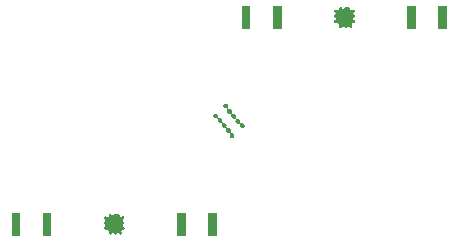
<source format=gbr>
G04 #@! TF.GenerationSoftware,KiCad,Pcbnew,5.0.2-bee76a0~70~ubuntu18.04.1*
G04 #@! TF.CreationDate,2019-06-04T21:22:10+02:00*
G04 #@! TF.ProjectId,upper_Sensor,75707065-725f-4536-956e-736f722e6b69,rev?*
G04 #@! TF.SameCoordinates,Original*
G04 #@! TF.FileFunction,Soldermask,Top*
G04 #@! TF.FilePolarity,Negative*
%FSLAX46Y46*%
G04 Gerber Fmt 4.6, Leading zero omitted, Abs format (unit mm)*
G04 Created by KiCad (PCBNEW 5.0.2-bee76a0~70~ubuntu18.04.1) date Di 04 Jun 2019 21:22:10 CEST*
%MOMM*%
%LPD*%
G01*
G04 APERTURE LIST*
%ADD10C,0.100000*%
G04 APERTURE END LIST*
D10*
G36*
X104691000Y-80966000D02*
X103959000Y-80966000D01*
X103959000Y-79034000D01*
X104691000Y-79034000D01*
X104691000Y-80966000D01*
X104691000Y-80966000D01*
G37*
G36*
X102041000Y-80966000D02*
X101309000Y-80966000D01*
X101309000Y-79034000D01*
X102041000Y-79034000D01*
X102041000Y-80966000D01*
X102041000Y-80966000D01*
G37*
G36*
X118691000Y-80966000D02*
X117959000Y-80966000D01*
X117959000Y-79034000D01*
X118691000Y-79034000D01*
X118691000Y-80966000D01*
X118691000Y-80966000D01*
G37*
G36*
X116041000Y-80966000D02*
X115309000Y-80966000D01*
X115309000Y-79034000D01*
X116041000Y-79034000D01*
X116041000Y-80966000D01*
X116041000Y-80966000D01*
G37*
G36*
X109706753Y-79125842D02*
X109729684Y-79135340D01*
X109750321Y-79149129D01*
X109767871Y-79166679D01*
X109781660Y-79187316D01*
X109781662Y-79187321D01*
X109786066Y-79193912D01*
X109801612Y-79212854D01*
X109820554Y-79228400D01*
X109842165Y-79239951D01*
X109865614Y-79247064D01*
X109890000Y-79249466D01*
X109914386Y-79247064D01*
X109937835Y-79239951D01*
X109959446Y-79228400D01*
X109978388Y-79212854D01*
X109993934Y-79193912D01*
X109998338Y-79187321D01*
X109998340Y-79187316D01*
X110012129Y-79166679D01*
X110029679Y-79149129D01*
X110050316Y-79135340D01*
X110073247Y-79125842D01*
X110097590Y-79121000D01*
X110122410Y-79121000D01*
X110146754Y-79125842D01*
X110160142Y-79131388D01*
X110169684Y-79135340D01*
X110169685Y-79135341D01*
X110172165Y-79136368D01*
X110195614Y-79143481D01*
X110220001Y-79145883D01*
X110244387Y-79143481D01*
X110267835Y-79136368D01*
X110270315Y-79135341D01*
X110270316Y-79135340D01*
X110279858Y-79131388D01*
X110293246Y-79125842D01*
X110317590Y-79121000D01*
X110342410Y-79121000D01*
X110366753Y-79125842D01*
X110389684Y-79135340D01*
X110410321Y-79149129D01*
X110427871Y-79166679D01*
X110441660Y-79187316D01*
X110451158Y-79210247D01*
X110454769Y-79228400D01*
X110456000Y-79234591D01*
X110456000Y-79267033D01*
X110458402Y-79291419D01*
X110465515Y-79314868D01*
X110477066Y-79336479D01*
X110492612Y-79355421D01*
X110511554Y-79370967D01*
X110533165Y-79382518D01*
X110556614Y-79389631D01*
X110581000Y-79392033D01*
X110605386Y-79389631D01*
X110628835Y-79382518D01*
X110650446Y-79370967D01*
X110669382Y-79355426D01*
X110672679Y-79352129D01*
X110693316Y-79338340D01*
X110716247Y-79328842D01*
X110740590Y-79324000D01*
X110765410Y-79324000D01*
X110789753Y-79328842D01*
X110812684Y-79338340D01*
X110833321Y-79352129D01*
X110850871Y-79369679D01*
X110864660Y-79390316D01*
X110874158Y-79413247D01*
X110879000Y-79437590D01*
X110879000Y-79462410D01*
X110874158Y-79486753D01*
X110864660Y-79509684D01*
X110850871Y-79530321D01*
X110833321Y-79547871D01*
X110812684Y-79561660D01*
X110812679Y-79561662D01*
X110806088Y-79566066D01*
X110787146Y-79581612D01*
X110771600Y-79600554D01*
X110760049Y-79622165D01*
X110752936Y-79645614D01*
X110750534Y-79670000D01*
X110752936Y-79694386D01*
X110760049Y-79717835D01*
X110771600Y-79739446D01*
X110787146Y-79758388D01*
X110806088Y-79773934D01*
X110812679Y-79778338D01*
X110812684Y-79778340D01*
X110833321Y-79792129D01*
X110850871Y-79809679D01*
X110864660Y-79830316D01*
X110874158Y-79853247D01*
X110879000Y-79877590D01*
X110879000Y-79902410D01*
X110874158Y-79926753D01*
X110864660Y-79949684D01*
X110850871Y-79970321D01*
X110833321Y-79987871D01*
X110812684Y-80001660D01*
X110812679Y-80001662D01*
X110806088Y-80006066D01*
X110787146Y-80021612D01*
X110771600Y-80040554D01*
X110760049Y-80062165D01*
X110752936Y-80085614D01*
X110750534Y-80110000D01*
X110752936Y-80134386D01*
X110760049Y-80157835D01*
X110771600Y-80179446D01*
X110787146Y-80198388D01*
X110806088Y-80213934D01*
X110812679Y-80218338D01*
X110812684Y-80218340D01*
X110833321Y-80232129D01*
X110850871Y-80249679D01*
X110864660Y-80270316D01*
X110874158Y-80293247D01*
X110879000Y-80317590D01*
X110879000Y-80342410D01*
X110874158Y-80366753D01*
X110864660Y-80389684D01*
X110850871Y-80410321D01*
X110833321Y-80427871D01*
X110812684Y-80441660D01*
X110789753Y-80451158D01*
X110765410Y-80456000D01*
X110732967Y-80456000D01*
X110708581Y-80458402D01*
X110685132Y-80465515D01*
X110663521Y-80477066D01*
X110644579Y-80492612D01*
X110629033Y-80511554D01*
X110617482Y-80533165D01*
X110610369Y-80556614D01*
X110607967Y-80581000D01*
X110610369Y-80605386D01*
X110617482Y-80628835D01*
X110629033Y-80650446D01*
X110644574Y-80669382D01*
X110647871Y-80672679D01*
X110661660Y-80693316D01*
X110671158Y-80716247D01*
X110676000Y-80740590D01*
X110676000Y-80765410D01*
X110671158Y-80789753D01*
X110661660Y-80812684D01*
X110647871Y-80833321D01*
X110630321Y-80850871D01*
X110609684Y-80864660D01*
X110586753Y-80874158D01*
X110562410Y-80879000D01*
X110537590Y-80879000D01*
X110513247Y-80874158D01*
X110490316Y-80864660D01*
X110469679Y-80850871D01*
X110452129Y-80833321D01*
X110438340Y-80812684D01*
X110438338Y-80812679D01*
X110433934Y-80806088D01*
X110418388Y-80787146D01*
X110399446Y-80771600D01*
X110377835Y-80760049D01*
X110354386Y-80752936D01*
X110330000Y-80750534D01*
X110305614Y-80752936D01*
X110282165Y-80760049D01*
X110260554Y-80771600D01*
X110241612Y-80787146D01*
X110226066Y-80806088D01*
X110221662Y-80812679D01*
X110221660Y-80812684D01*
X110207871Y-80833321D01*
X110190321Y-80850871D01*
X110169684Y-80864660D01*
X110146753Y-80874158D01*
X110122410Y-80879000D01*
X110097590Y-80879000D01*
X110073247Y-80874158D01*
X110050316Y-80864660D01*
X110029679Y-80850871D01*
X110012129Y-80833321D01*
X109998340Y-80812684D01*
X109998338Y-80812679D01*
X109993934Y-80806088D01*
X109978388Y-80787146D01*
X109959446Y-80771600D01*
X109937835Y-80760049D01*
X109914386Y-80752936D01*
X109890000Y-80750534D01*
X109865614Y-80752936D01*
X109842165Y-80760049D01*
X109820554Y-80771600D01*
X109801612Y-80787146D01*
X109786066Y-80806088D01*
X109781662Y-80812679D01*
X109781660Y-80812684D01*
X109767871Y-80833321D01*
X109750321Y-80850871D01*
X109729684Y-80864660D01*
X109706753Y-80874158D01*
X109682410Y-80879000D01*
X109657590Y-80879000D01*
X109633247Y-80874158D01*
X109610316Y-80864660D01*
X109589679Y-80850871D01*
X109572129Y-80833321D01*
X109558340Y-80812684D01*
X109548842Y-80789753D01*
X109544000Y-80765410D01*
X109544000Y-80740590D01*
X109548842Y-80716247D01*
X109548842Y-80716246D01*
X109549410Y-80713392D01*
X109554843Y-80695482D01*
X109557245Y-80671096D01*
X109554843Y-80646709D01*
X109547729Y-80623260D01*
X109536178Y-80601650D01*
X109520633Y-80582709D01*
X109417291Y-80479367D01*
X109398349Y-80463821D01*
X109376738Y-80452270D01*
X109353289Y-80445157D01*
X109328903Y-80442755D01*
X109304517Y-80445157D01*
X109286607Y-80450590D01*
X109283754Y-80451157D01*
X109283753Y-80451158D01*
X109259410Y-80456000D01*
X109234590Y-80456000D01*
X109210247Y-80451158D01*
X109187316Y-80441660D01*
X109166679Y-80427871D01*
X109149129Y-80410321D01*
X109135340Y-80389684D01*
X109125842Y-80366753D01*
X109121000Y-80342410D01*
X109121000Y-80317590D01*
X109125842Y-80293247D01*
X109135340Y-80270316D01*
X109149129Y-80249679D01*
X109166679Y-80232129D01*
X109187316Y-80218340D01*
X109187321Y-80218338D01*
X109193912Y-80213934D01*
X109212854Y-80198388D01*
X109228400Y-80179446D01*
X109239951Y-80157835D01*
X109247064Y-80134386D01*
X109249466Y-80110000D01*
X109247064Y-80085614D01*
X109239951Y-80062165D01*
X109228400Y-80040554D01*
X109212854Y-80021612D01*
X109193912Y-80006066D01*
X109187321Y-80001662D01*
X109187316Y-80001660D01*
X109166679Y-79987871D01*
X109149129Y-79970321D01*
X109135340Y-79949684D01*
X109125842Y-79926753D01*
X109121000Y-79902410D01*
X109121000Y-79877590D01*
X109125842Y-79853247D01*
X109135340Y-79830316D01*
X109149129Y-79809679D01*
X109166679Y-79792129D01*
X109187316Y-79778340D01*
X109187321Y-79778338D01*
X109193912Y-79773934D01*
X109212854Y-79758388D01*
X109228400Y-79739446D01*
X109239951Y-79717835D01*
X109247064Y-79694386D01*
X109249466Y-79670000D01*
X109247064Y-79645614D01*
X109239951Y-79622165D01*
X109228400Y-79600554D01*
X109212854Y-79581612D01*
X109193912Y-79566066D01*
X109187321Y-79561662D01*
X109187316Y-79561660D01*
X109166679Y-79547871D01*
X109149129Y-79530321D01*
X109135340Y-79509684D01*
X109125842Y-79486753D01*
X109121000Y-79462410D01*
X109121000Y-79437590D01*
X109125842Y-79413247D01*
X109135340Y-79390316D01*
X109149129Y-79369679D01*
X109166679Y-79352129D01*
X109187316Y-79338340D01*
X109210247Y-79328842D01*
X109234590Y-79324000D01*
X109259410Y-79324000D01*
X109283753Y-79328842D01*
X109306684Y-79338340D01*
X109327321Y-79352129D01*
X109330618Y-79355426D01*
X109349554Y-79370967D01*
X109371165Y-79382518D01*
X109394614Y-79389631D01*
X109419000Y-79392033D01*
X109443386Y-79389631D01*
X109466835Y-79382518D01*
X109488446Y-79370967D01*
X109507388Y-79355421D01*
X109522934Y-79336479D01*
X109534485Y-79314868D01*
X109541598Y-79291419D01*
X109544000Y-79267033D01*
X109544000Y-79234591D01*
X109545231Y-79228400D01*
X109548842Y-79210247D01*
X109558340Y-79187316D01*
X109572129Y-79166679D01*
X109589679Y-79149129D01*
X109610316Y-79135340D01*
X109633247Y-79125842D01*
X109657590Y-79121000D01*
X109682410Y-79121000D01*
X109706753Y-79125842D01*
X109706753Y-79125842D01*
G37*
G36*
X118598402Y-70627536D02*
X118633846Y-70634586D01*
X118670425Y-70649738D01*
X118670427Y-70649739D01*
X118703347Y-70671736D01*
X118731342Y-70699731D01*
X118749866Y-70727453D01*
X118753340Y-70732653D01*
X118768492Y-70769232D01*
X118776216Y-70808065D01*
X118776216Y-70847659D01*
X118770791Y-70874932D01*
X118768390Y-70899311D01*
X118770792Y-70923697D01*
X118777905Y-70947146D01*
X118789456Y-70968757D01*
X118805001Y-70987700D01*
X118823943Y-71003245D01*
X118845553Y-71014796D01*
X118869003Y-71021910D01*
X118893389Y-71024312D01*
X118917776Y-71021910D01*
X118947252Y-71016047D01*
X118986848Y-71016047D01*
X118996555Y-71017978D01*
X119025680Y-71023771D01*
X119062259Y-71038923D01*
X119062261Y-71038924D01*
X119077131Y-71048860D01*
X119095180Y-71060920D01*
X119123177Y-71088917D01*
X119134100Y-71105265D01*
X119144469Y-71120782D01*
X119145174Y-71121838D01*
X119160326Y-71158417D01*
X119164956Y-71181697D01*
X119168050Y-71197249D01*
X119168050Y-71236845D01*
X119158343Y-71285646D01*
X119157106Y-71289723D01*
X119154703Y-71314110D01*
X119157104Y-71338496D01*
X119164216Y-71361945D01*
X119175766Y-71383557D01*
X119191311Y-71402500D01*
X119210252Y-71418046D01*
X119231863Y-71429598D01*
X119255311Y-71436712D01*
X119279698Y-71439115D01*
X119297418Y-71437370D01*
X119340382Y-71437370D01*
X119349154Y-71439115D01*
X119379214Y-71445094D01*
X119415793Y-71460246D01*
X119415795Y-71460247D01*
X119421175Y-71463842D01*
X119435417Y-71473358D01*
X119448715Y-71482244D01*
X119476710Y-71510239D01*
X119497470Y-71541307D01*
X119498708Y-71543161D01*
X119513860Y-71579740D01*
X119516824Y-71594644D01*
X119521584Y-71618572D01*
X119521584Y-71658168D01*
X119511882Y-71706945D01*
X119510641Y-71711032D01*
X119508235Y-71735418D01*
X119510632Y-71759805D01*
X119517741Y-71783255D01*
X119529288Y-71804868D01*
X119544830Y-71823813D01*
X119563769Y-71839362D01*
X119585378Y-71850918D01*
X119608825Y-71858036D01*
X119633211Y-71860442D01*
X119650950Y-71858697D01*
X119693915Y-71858697D01*
X119697293Y-71859369D01*
X119732747Y-71866421D01*
X119769326Y-71881573D01*
X119769328Y-71881574D01*
X119802248Y-71903571D01*
X119830243Y-71931566D01*
X119851013Y-71962649D01*
X119852241Y-71964488D01*
X119867393Y-72001067D01*
X119875117Y-72039900D01*
X119875117Y-72079494D01*
X119867393Y-72118327D01*
X119858695Y-72139324D01*
X119851582Y-72162773D01*
X119849180Y-72187160D01*
X119851582Y-72211546D01*
X119858695Y-72234995D01*
X119870246Y-72256606D01*
X119885791Y-72275548D01*
X119904734Y-72291094D01*
X119926344Y-72302645D01*
X119949793Y-72309758D01*
X119974180Y-72312160D01*
X120009146Y-72312160D01*
X120018853Y-72314091D01*
X120047978Y-72319884D01*
X120084557Y-72335036D01*
X120084559Y-72335037D01*
X120101130Y-72346110D01*
X120117478Y-72357033D01*
X120145475Y-72385030D01*
X120156398Y-72401378D01*
X120162216Y-72410084D01*
X120167472Y-72417951D01*
X120182624Y-72454530D01*
X120190348Y-72493363D01*
X120190348Y-72532957D01*
X120182624Y-72571790D01*
X120167472Y-72608369D01*
X120167471Y-72608371D01*
X120145474Y-72641291D01*
X120117479Y-72669286D01*
X120084559Y-72691283D01*
X120084558Y-72691284D01*
X120084557Y-72691284D01*
X120047978Y-72706436D01*
X120018853Y-72712229D01*
X120009146Y-72714160D01*
X119969550Y-72714160D01*
X119959843Y-72712229D01*
X119930718Y-72706436D01*
X119894139Y-72691284D01*
X119894138Y-72691284D01*
X119894137Y-72691283D01*
X119861217Y-72669286D01*
X119833222Y-72641291D01*
X119811225Y-72608371D01*
X119811224Y-72608369D01*
X119796072Y-72571790D01*
X119788348Y-72532957D01*
X119788348Y-72493363D01*
X119796072Y-72454530D01*
X119804771Y-72433529D01*
X119811883Y-72410084D01*
X119814285Y-72385697D01*
X119811883Y-72361311D01*
X119804770Y-72337862D01*
X119793219Y-72316251D01*
X119777674Y-72297309D01*
X119758731Y-72281763D01*
X119737121Y-72270212D01*
X119713672Y-72263099D01*
X119689285Y-72260697D01*
X119654319Y-72260697D01*
X119644612Y-72258766D01*
X119615487Y-72252973D01*
X119578908Y-72237821D01*
X119578907Y-72237821D01*
X119578906Y-72237820D01*
X119545986Y-72215823D01*
X119517991Y-72187828D01*
X119517545Y-72187160D01*
X119507067Y-72171479D01*
X119495994Y-72154908D01*
X119489539Y-72139324D01*
X119480841Y-72118327D01*
X119473117Y-72079494D01*
X119473117Y-72039900D01*
X119480841Y-72001067D01*
X119482819Y-71991122D01*
X119484060Y-71987035D01*
X119486466Y-71962649D01*
X119484069Y-71938262D01*
X119476960Y-71914812D01*
X119465413Y-71893199D01*
X119449871Y-71874254D01*
X119430932Y-71858705D01*
X119409323Y-71847149D01*
X119385876Y-71840031D01*
X119361490Y-71837625D01*
X119343751Y-71839370D01*
X119300786Y-71839370D01*
X119291079Y-71837439D01*
X119261954Y-71831646D01*
X119225375Y-71816494D01*
X119225374Y-71816494D01*
X119225373Y-71816493D01*
X119192453Y-71794496D01*
X119164458Y-71766501D01*
X119142461Y-71733581D01*
X119138792Y-71724723D01*
X119127308Y-71697000D01*
X119119584Y-71658167D01*
X119119584Y-71618573D01*
X119127308Y-71579740D01*
X119129291Y-71569771D01*
X119130528Y-71565694D01*
X119132931Y-71541307D01*
X119130530Y-71516921D01*
X119123418Y-71493472D01*
X119111868Y-71471860D01*
X119096323Y-71452917D01*
X119077382Y-71437371D01*
X119055771Y-71425819D01*
X119032323Y-71418705D01*
X119007936Y-71416302D01*
X118990216Y-71418047D01*
X118947252Y-71418047D01*
X118937545Y-71416116D01*
X118908420Y-71410323D01*
X118871841Y-71395171D01*
X118871840Y-71395171D01*
X118871839Y-71395170D01*
X118838919Y-71373173D01*
X118810924Y-71345178D01*
X118804483Y-71335538D01*
X118796754Y-71323971D01*
X118788927Y-71312258D01*
X118782485Y-71296706D01*
X118773774Y-71275677D01*
X118766050Y-71236844D01*
X118766050Y-71197250D01*
X118771475Y-71169977D01*
X118773876Y-71145598D01*
X118771474Y-71121212D01*
X118764361Y-71097763D01*
X118752810Y-71076152D01*
X118737265Y-71057209D01*
X118718323Y-71041664D01*
X118696713Y-71030113D01*
X118673263Y-71022999D01*
X118648877Y-71020597D01*
X118624490Y-71022999D01*
X118595014Y-71028862D01*
X118555418Y-71028862D01*
X118545711Y-71026931D01*
X118516586Y-71021138D01*
X118480007Y-71005986D01*
X118480006Y-71005986D01*
X118480005Y-71005985D01*
X118447085Y-70983988D01*
X118419090Y-70955993D01*
X118416870Y-70952670D01*
X118408166Y-70939644D01*
X118397093Y-70923073D01*
X118397092Y-70923071D01*
X118381940Y-70886492D01*
X118374216Y-70847659D01*
X118374216Y-70808065D01*
X118381940Y-70769232D01*
X118397092Y-70732653D01*
X118400567Y-70727453D01*
X118419090Y-70699731D01*
X118447085Y-70671736D01*
X118480005Y-70649739D01*
X118480007Y-70649738D01*
X118516586Y-70634586D01*
X118552030Y-70627536D01*
X118555418Y-70626862D01*
X118595014Y-70626862D01*
X118598402Y-70627536D01*
X118598402Y-70627536D01*
G37*
G36*
X119477369Y-69781727D02*
X119506494Y-69787520D01*
X119543073Y-69802672D01*
X119543075Y-69802673D01*
X119559646Y-69813746D01*
X119575994Y-69824669D01*
X119603991Y-69852666D01*
X119625988Y-69885587D01*
X119641140Y-69922166D01*
X119648864Y-69960999D01*
X119648864Y-70000593D01*
X119641141Y-70039423D01*
X119641140Y-70039425D01*
X119632442Y-70060423D01*
X119625328Y-70083872D01*
X119622926Y-70108258D01*
X119625327Y-70132644D01*
X119632440Y-70156093D01*
X119643991Y-70177704D01*
X119659536Y-70196647D01*
X119678478Y-70212192D01*
X119700089Y-70223744D01*
X119723538Y-70230858D01*
X119747926Y-70233260D01*
X119782894Y-70233260D01*
X119792601Y-70235191D01*
X119821726Y-70240984D01*
X119858305Y-70256136D01*
X119858307Y-70256137D01*
X119891227Y-70278134D01*
X119919222Y-70306129D01*
X119935964Y-70331184D01*
X119941220Y-70339051D01*
X119956372Y-70375630D01*
X119962165Y-70404755D01*
X119964096Y-70414462D01*
X119964096Y-70454058D01*
X119954385Y-70502880D01*
X119953148Y-70506959D01*
X119950749Y-70531346D01*
X119953154Y-70555732D01*
X119960271Y-70579180D01*
X119971825Y-70600789D01*
X119987373Y-70619729D01*
X120006317Y-70635272D01*
X120027929Y-70646820D01*
X120051379Y-70653930D01*
X120075766Y-70656329D01*
X120093466Y-70654584D01*
X120136426Y-70654584D01*
X120145198Y-70656329D01*
X120175258Y-70662308D01*
X120211837Y-70677460D01*
X120211839Y-70677461D01*
X120228410Y-70688534D01*
X120244758Y-70699457D01*
X120272755Y-70727454D01*
X120294752Y-70760375D01*
X120309904Y-70796954D01*
X120312114Y-70808065D01*
X120317628Y-70835786D01*
X120317628Y-70875382D01*
X120307917Y-70924204D01*
X120306680Y-70928283D01*
X120304281Y-70952670D01*
X120306686Y-70977056D01*
X120313803Y-71000504D01*
X120325357Y-71022113D01*
X120340905Y-71041053D01*
X120359849Y-71056596D01*
X120381461Y-71068144D01*
X120404911Y-71075254D01*
X120429298Y-71077653D01*
X120447003Y-71075908D01*
X120489959Y-71075908D01*
X120498731Y-71077653D01*
X120528791Y-71083632D01*
X120562905Y-71097763D01*
X120565372Y-71098785D01*
X120581943Y-71109858D01*
X120598291Y-71120781D01*
X120626288Y-71148778D01*
X120648285Y-71181699D01*
X120663437Y-71218278D01*
X120671161Y-71257111D01*
X120671161Y-71296705D01*
X120665736Y-71323978D01*
X120663335Y-71348357D01*
X120665737Y-71372743D01*
X120672850Y-71396192D01*
X120684401Y-71417803D01*
X120699946Y-71436746D01*
X120718888Y-71452291D01*
X120740498Y-71463842D01*
X120763948Y-71470956D01*
X120788334Y-71473358D01*
X120812717Y-71470957D01*
X120842200Y-71465093D01*
X120881795Y-71465093D01*
X120891502Y-71467024D01*
X120920627Y-71472817D01*
X120957206Y-71487969D01*
X120957208Y-71487970D01*
X120990128Y-71509967D01*
X121018123Y-71537962D01*
X121039378Y-71569771D01*
X121040121Y-71570884D01*
X121055273Y-71607463D01*
X121062997Y-71646296D01*
X121062997Y-71685890D01*
X121055273Y-71724723D01*
X121040121Y-71761302D01*
X121018124Y-71794223D01*
X120990127Y-71822220D01*
X120976020Y-71831646D01*
X120957208Y-71844216D01*
X120957207Y-71844217D01*
X120957206Y-71844217D01*
X120920627Y-71859369D01*
X120891502Y-71865162D01*
X120881795Y-71867093D01*
X120842199Y-71867093D01*
X120832492Y-71865162D01*
X120803367Y-71859369D01*
X120766788Y-71844217D01*
X120766787Y-71844217D01*
X120766786Y-71844216D01*
X120747974Y-71831646D01*
X120733867Y-71822220D01*
X120705870Y-71794223D01*
X120683873Y-71761302D01*
X120668721Y-71724723D01*
X120660997Y-71685890D01*
X120660997Y-71646296D01*
X120666422Y-71619023D01*
X120668823Y-71594644D01*
X120666421Y-71570258D01*
X120659308Y-71546809D01*
X120647757Y-71525198D01*
X120632212Y-71506255D01*
X120613270Y-71490710D01*
X120591660Y-71479159D01*
X120568210Y-71472045D01*
X120543824Y-71469643D01*
X120519441Y-71472044D01*
X120489958Y-71477908D01*
X120450363Y-71477908D01*
X120440656Y-71475977D01*
X120411531Y-71470184D01*
X120374952Y-71455032D01*
X120374951Y-71455032D01*
X120374950Y-71455031D01*
X120358379Y-71443958D01*
X120342031Y-71433035D01*
X120314034Y-71405038D01*
X120292743Y-71373174D01*
X120292038Y-71372119D01*
X120292037Y-71372117D01*
X120276885Y-71335538D01*
X120269161Y-71296705D01*
X120269161Y-71257111D01*
X120276885Y-71218278D01*
X120278872Y-71208288D01*
X120280109Y-71204209D01*
X120282508Y-71179822D01*
X120280103Y-71155436D01*
X120272986Y-71131988D01*
X120261432Y-71110379D01*
X120245884Y-71091439D01*
X120226940Y-71075896D01*
X120205328Y-71064348D01*
X120181878Y-71057238D01*
X120157491Y-71054839D01*
X120139786Y-71056584D01*
X120096830Y-71056584D01*
X120087123Y-71054653D01*
X120057998Y-71048860D01*
X120021419Y-71033708D01*
X120021418Y-71033708D01*
X120021417Y-71033707D01*
X120001797Y-71020597D01*
X119988498Y-71011711D01*
X119960501Y-70983714D01*
X119949578Y-70967366D01*
X119938505Y-70950795D01*
X119938504Y-70950793D01*
X119923352Y-70914214D01*
X119915628Y-70875381D01*
X119915628Y-70835787D01*
X119923352Y-70796954D01*
X119925339Y-70786964D01*
X119926576Y-70782885D01*
X119928975Y-70758498D01*
X119926570Y-70734112D01*
X119919453Y-70710664D01*
X119907899Y-70689055D01*
X119892351Y-70670115D01*
X119873407Y-70654572D01*
X119851795Y-70643024D01*
X119828345Y-70635914D01*
X119803958Y-70633515D01*
X119786258Y-70635260D01*
X119743298Y-70635260D01*
X119733591Y-70633329D01*
X119704466Y-70627536D01*
X119667887Y-70612384D01*
X119667886Y-70612384D01*
X119667885Y-70612383D01*
X119634965Y-70590386D01*
X119606970Y-70562391D01*
X119584973Y-70529471D01*
X119584972Y-70529469D01*
X119569820Y-70492890D01*
X119562096Y-70454057D01*
X119562096Y-70414463D01*
X119569820Y-70375630D01*
X119578519Y-70354629D01*
X119585632Y-70331184D01*
X119588034Y-70306798D01*
X119585633Y-70282412D01*
X119578520Y-70258963D01*
X119566969Y-70237352D01*
X119551424Y-70218409D01*
X119532482Y-70202864D01*
X119510871Y-70191312D01*
X119487422Y-70184198D01*
X119463034Y-70181796D01*
X119428066Y-70181796D01*
X119418359Y-70179865D01*
X119389234Y-70174072D01*
X119352655Y-70158920D01*
X119352654Y-70158920D01*
X119352653Y-70158919D01*
X119319733Y-70136922D01*
X119291738Y-70108927D01*
X119269741Y-70076007D01*
X119263286Y-70060423D01*
X119254588Y-70039426D01*
X119246864Y-70000593D01*
X119246864Y-69960999D01*
X119254588Y-69922166D01*
X119269740Y-69885587D01*
X119291737Y-69852666D01*
X119319734Y-69824669D01*
X119336082Y-69813746D01*
X119352653Y-69802673D01*
X119352655Y-69802672D01*
X119389234Y-69787520D01*
X119418359Y-69781727D01*
X119428066Y-69779796D01*
X119467662Y-69779796D01*
X119477369Y-69781727D01*
X119477369Y-69781727D01*
G37*
G36*
X135541000Y-63466000D02*
X134809000Y-63466000D01*
X134809000Y-61534000D01*
X135541000Y-61534000D01*
X135541000Y-63466000D01*
X135541000Y-63466000D01*
G37*
G36*
X138191000Y-63466000D02*
X137459000Y-63466000D01*
X137459000Y-61534000D01*
X138191000Y-61534000D01*
X138191000Y-63466000D01*
X138191000Y-63466000D01*
G37*
G36*
X124191000Y-63466000D02*
X123459000Y-63466000D01*
X123459000Y-61534000D01*
X124191000Y-61534000D01*
X124191000Y-63466000D01*
X124191000Y-63466000D01*
G37*
G36*
X121541000Y-63466000D02*
X120809000Y-63466000D01*
X120809000Y-61534000D01*
X121541000Y-61534000D01*
X121541000Y-63466000D01*
X121541000Y-63466000D01*
G37*
G36*
X129206753Y-61625842D02*
X129229684Y-61635340D01*
X129250321Y-61649129D01*
X129267871Y-61666679D01*
X129281660Y-61687316D01*
X129281662Y-61687321D01*
X129286066Y-61693912D01*
X129301612Y-61712854D01*
X129320554Y-61728400D01*
X129342165Y-61739951D01*
X129365614Y-61747064D01*
X129390000Y-61749466D01*
X129414386Y-61747064D01*
X129437835Y-61739951D01*
X129459446Y-61728400D01*
X129478388Y-61712854D01*
X129493934Y-61693912D01*
X129498338Y-61687321D01*
X129498340Y-61687316D01*
X129512129Y-61666679D01*
X129529679Y-61649129D01*
X129550316Y-61635340D01*
X129573247Y-61625842D01*
X129597590Y-61621000D01*
X129622410Y-61621000D01*
X129634581Y-61623421D01*
X129646754Y-61625842D01*
X129660142Y-61631388D01*
X129669684Y-61635340D01*
X129669685Y-61635341D01*
X129672165Y-61636368D01*
X129695614Y-61643481D01*
X129720001Y-61645883D01*
X129744387Y-61643481D01*
X129767835Y-61636368D01*
X129770315Y-61635341D01*
X129770316Y-61635340D01*
X129779858Y-61631388D01*
X129793246Y-61625842D01*
X129805419Y-61623421D01*
X129817590Y-61621000D01*
X129842410Y-61621000D01*
X129866753Y-61625842D01*
X129889684Y-61635340D01*
X129910321Y-61649129D01*
X129927871Y-61666679D01*
X129941660Y-61687316D01*
X129951158Y-61710247D01*
X129954769Y-61728400D01*
X129956000Y-61734591D01*
X129956000Y-61767033D01*
X129958402Y-61791419D01*
X129965515Y-61814868D01*
X129977066Y-61836479D01*
X129992612Y-61855421D01*
X130011554Y-61870967D01*
X130033165Y-61882518D01*
X130056614Y-61889631D01*
X130081000Y-61892033D01*
X130105386Y-61889631D01*
X130128835Y-61882518D01*
X130150446Y-61870967D01*
X130169382Y-61855426D01*
X130172679Y-61852129D01*
X130193316Y-61838340D01*
X130216247Y-61828842D01*
X130240590Y-61824000D01*
X130265410Y-61824000D01*
X130289753Y-61828842D01*
X130312684Y-61838340D01*
X130333321Y-61852129D01*
X130350871Y-61869679D01*
X130364660Y-61890316D01*
X130374158Y-61913247D01*
X130379000Y-61937590D01*
X130379000Y-61962410D01*
X130374158Y-61986753D01*
X130364660Y-62009684D01*
X130350871Y-62030321D01*
X130333321Y-62047871D01*
X130312684Y-62061660D01*
X130312679Y-62061662D01*
X130306088Y-62066066D01*
X130287146Y-62081612D01*
X130271600Y-62100554D01*
X130260049Y-62122165D01*
X130252936Y-62145614D01*
X130250534Y-62170000D01*
X130252936Y-62194386D01*
X130260049Y-62217835D01*
X130271600Y-62239446D01*
X130287146Y-62258388D01*
X130306088Y-62273934D01*
X130312679Y-62278338D01*
X130312684Y-62278340D01*
X130333321Y-62292129D01*
X130350871Y-62309679D01*
X130364660Y-62330316D01*
X130374158Y-62353247D01*
X130379000Y-62377590D01*
X130379000Y-62402410D01*
X130374158Y-62426753D01*
X130364660Y-62449684D01*
X130350871Y-62470321D01*
X130333321Y-62487871D01*
X130312684Y-62501660D01*
X130312679Y-62501662D01*
X130306088Y-62506066D01*
X130287146Y-62521612D01*
X130271600Y-62540554D01*
X130260049Y-62562165D01*
X130252936Y-62585614D01*
X130250534Y-62610000D01*
X130252936Y-62634386D01*
X130260049Y-62657835D01*
X130271600Y-62679446D01*
X130287146Y-62698388D01*
X130306088Y-62713934D01*
X130312679Y-62718338D01*
X130312684Y-62718340D01*
X130333321Y-62732129D01*
X130350871Y-62749679D01*
X130364660Y-62770316D01*
X130374158Y-62793247D01*
X130379000Y-62817590D01*
X130379000Y-62842410D01*
X130374158Y-62866753D01*
X130364660Y-62889684D01*
X130350871Y-62910321D01*
X130333321Y-62927871D01*
X130312684Y-62941660D01*
X130289753Y-62951158D01*
X130265410Y-62956000D01*
X130232967Y-62956000D01*
X130208581Y-62958402D01*
X130185132Y-62965515D01*
X130163521Y-62977066D01*
X130144579Y-62992612D01*
X130129033Y-63011554D01*
X130117482Y-63033165D01*
X130110369Y-63056614D01*
X130107967Y-63081000D01*
X130110369Y-63105386D01*
X130117482Y-63128835D01*
X130129033Y-63150446D01*
X130144574Y-63169382D01*
X130147871Y-63172679D01*
X130161660Y-63193316D01*
X130171158Y-63216247D01*
X130176000Y-63240590D01*
X130176000Y-63265410D01*
X130171158Y-63289753D01*
X130161660Y-63312684D01*
X130147871Y-63333321D01*
X130130321Y-63350871D01*
X130109684Y-63364660D01*
X130086753Y-63374158D01*
X130062410Y-63379000D01*
X130037590Y-63379000D01*
X130013247Y-63374158D01*
X129990316Y-63364660D01*
X129969679Y-63350871D01*
X129952129Y-63333321D01*
X129938340Y-63312684D01*
X129938338Y-63312679D01*
X129933934Y-63306088D01*
X129918388Y-63287146D01*
X129899446Y-63271600D01*
X129877835Y-63260049D01*
X129854386Y-63252936D01*
X129830000Y-63250534D01*
X129805614Y-63252936D01*
X129782165Y-63260049D01*
X129760554Y-63271600D01*
X129741612Y-63287146D01*
X129726066Y-63306088D01*
X129721662Y-63312679D01*
X129721660Y-63312684D01*
X129707871Y-63333321D01*
X129690321Y-63350871D01*
X129669684Y-63364660D01*
X129646753Y-63374158D01*
X129622410Y-63379000D01*
X129597590Y-63379000D01*
X129573247Y-63374158D01*
X129550316Y-63364660D01*
X129529679Y-63350871D01*
X129512129Y-63333321D01*
X129498340Y-63312684D01*
X129498338Y-63312679D01*
X129493934Y-63306088D01*
X129478388Y-63287146D01*
X129459446Y-63271600D01*
X129437835Y-63260049D01*
X129414386Y-63252936D01*
X129390000Y-63250534D01*
X129365614Y-63252936D01*
X129342165Y-63260049D01*
X129320554Y-63271600D01*
X129301612Y-63287146D01*
X129286066Y-63306088D01*
X129281662Y-63312679D01*
X129281660Y-63312684D01*
X129267871Y-63333321D01*
X129250321Y-63350871D01*
X129229684Y-63364660D01*
X129206753Y-63374158D01*
X129182410Y-63379000D01*
X129157590Y-63379000D01*
X129133247Y-63374158D01*
X129110316Y-63364660D01*
X129089679Y-63350871D01*
X129072129Y-63333321D01*
X129058340Y-63312684D01*
X129048842Y-63289753D01*
X129044000Y-63265410D01*
X129044000Y-63240590D01*
X129048842Y-63216247D01*
X129058340Y-63193316D01*
X129058877Y-63192513D01*
X129070420Y-63170918D01*
X129077534Y-63147469D01*
X129079937Y-63123083D01*
X129077536Y-63098697D01*
X129070424Y-63075247D01*
X129058874Y-63053636D01*
X129043325Y-63034690D01*
X128965310Y-62956675D01*
X128946368Y-62941129D01*
X128924757Y-62929578D01*
X128901308Y-62922465D01*
X128876922Y-62920063D01*
X128852536Y-62922465D01*
X128829087Y-62929578D01*
X128807487Y-62941123D01*
X128806684Y-62941660D01*
X128783753Y-62951158D01*
X128759410Y-62956000D01*
X128734590Y-62956000D01*
X128710247Y-62951158D01*
X128687316Y-62941660D01*
X128666679Y-62927871D01*
X128649129Y-62910321D01*
X128635340Y-62889684D01*
X128625842Y-62866753D01*
X128621000Y-62842410D01*
X128621000Y-62817590D01*
X128625842Y-62793247D01*
X128635340Y-62770316D01*
X128649129Y-62749679D01*
X128666679Y-62732129D01*
X128687316Y-62718340D01*
X128687321Y-62718338D01*
X128693912Y-62713934D01*
X128712854Y-62698388D01*
X128728400Y-62679446D01*
X128739951Y-62657835D01*
X128747064Y-62634386D01*
X128749466Y-62610000D01*
X128747064Y-62585614D01*
X128739951Y-62562165D01*
X128728400Y-62540554D01*
X128712854Y-62521612D01*
X128693912Y-62506066D01*
X128687321Y-62501662D01*
X128687316Y-62501660D01*
X128666679Y-62487871D01*
X128649129Y-62470321D01*
X128635340Y-62449684D01*
X128625842Y-62426753D01*
X128621000Y-62402410D01*
X128621000Y-62377590D01*
X128625842Y-62353247D01*
X128635340Y-62330316D01*
X128649129Y-62309679D01*
X128666679Y-62292129D01*
X128687316Y-62278340D01*
X128687321Y-62278338D01*
X128693912Y-62273934D01*
X128712854Y-62258388D01*
X128728400Y-62239446D01*
X128739951Y-62217835D01*
X128747064Y-62194386D01*
X128749466Y-62170000D01*
X128747064Y-62145614D01*
X128739951Y-62122165D01*
X128728400Y-62100554D01*
X128712854Y-62081612D01*
X128693912Y-62066066D01*
X128687321Y-62061662D01*
X128687316Y-62061660D01*
X128666679Y-62047871D01*
X128649129Y-62030321D01*
X128635340Y-62009684D01*
X128625842Y-61986753D01*
X128621000Y-61962410D01*
X128621000Y-61937590D01*
X128625842Y-61913247D01*
X128635340Y-61890316D01*
X128649129Y-61869679D01*
X128666679Y-61852129D01*
X128687316Y-61838340D01*
X128710247Y-61828842D01*
X128734590Y-61824000D01*
X128759410Y-61824000D01*
X128783753Y-61828842D01*
X128806684Y-61838340D01*
X128827321Y-61852129D01*
X128830618Y-61855426D01*
X128849554Y-61870967D01*
X128871165Y-61882518D01*
X128894614Y-61889631D01*
X128919000Y-61892033D01*
X128943386Y-61889631D01*
X128966835Y-61882518D01*
X128988446Y-61870967D01*
X129007388Y-61855421D01*
X129022934Y-61836479D01*
X129034485Y-61814868D01*
X129041598Y-61791419D01*
X129044000Y-61767033D01*
X129044000Y-61734591D01*
X129045231Y-61728400D01*
X129048842Y-61710247D01*
X129058340Y-61687316D01*
X129072129Y-61666679D01*
X129089679Y-61649129D01*
X129110316Y-61635340D01*
X129133247Y-61625842D01*
X129157590Y-61621000D01*
X129182410Y-61621000D01*
X129206753Y-61625842D01*
X129206753Y-61625842D01*
G37*
M02*

</source>
